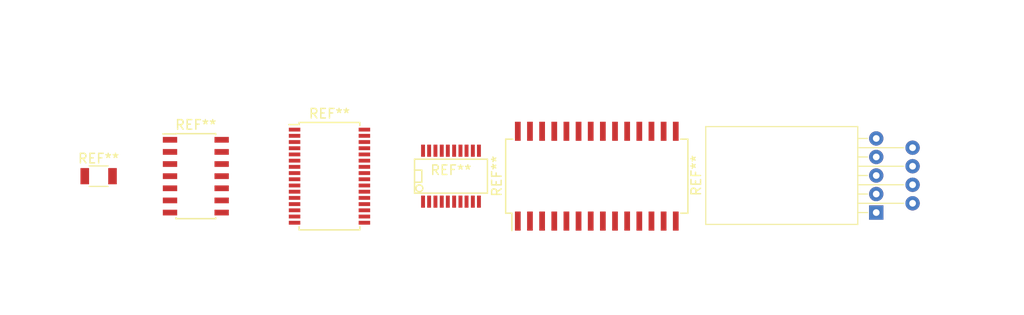
<source format=kicad_pcb>
(kicad_pcb (version 4) (host pcbnew 4.0.7)

  (general
    (links 0)
    (no_connects 0)
    (area 0 0 0 0)
    (thickness 1.6)
    (drawings 7)
    (tracks 0)
    (zones 0)
    (modules 6)
    (nets 1)
  )

  (page A4)
  (layers
    (0 F.Cu signal)
    (31 B.Cu signal)
    (32 B.Adhes user)
    (33 F.Adhes user)
    (34 B.Paste user)
    (35 F.Paste user)
    (36 B.SilkS user)
    (37 F.SilkS user)
    (38 B.Mask user)
    (39 F.Mask user)
    (40 Dwgs.User user)
    (41 Cmts.User user)
    (42 Eco1.User user)
    (43 Eco2.User user)
    (44 Edge.Cuts user)
    (45 Margin user)
    (46 B.CrtYd user)
    (47 F.CrtYd user)
    (48 B.Fab user)
    (49 F.Fab user)
  )

  (setup
    (last_trace_width 0.25)
    (trace_clearance 0.2)
    (zone_clearance 0.508)
    (zone_45_only no)
    (trace_min 0.2)
    (segment_width 0.2)
    (edge_width 0.15)
    (via_size 0.6)
    (via_drill 0.4)
    (via_min_size 0.4)
    (via_min_drill 0.3)
    (uvia_size 0.3)
    (uvia_drill 0.1)
    (uvias_allowed no)
    (uvia_min_size 0.2)
    (uvia_min_drill 0.1)
    (pcb_text_width 0.3)
    (pcb_text_size 1.5 1.5)
    (mod_edge_width 0.15)
    (mod_text_size 1 1)
    (mod_text_width 0.15)
    (pad_size 1.524 1.524)
    (pad_drill 0.762)
    (pad_to_mask_clearance 0.2)
    (aux_axis_origin 0 0)
    (visible_elements FFFFFF7F)
    (pcbplotparams
      (layerselection 0x00030_80000001)
      (usegerberextensions false)
      (excludeedgelayer true)
      (linewidth 0.100000)
      (plotframeref false)
      (viasonmask false)
      (mode 1)
      (useauxorigin false)
      (hpglpennumber 1)
      (hpglpenspeed 20)
      (hpglpendiameter 15)
      (hpglpenoverlay 2)
      (psnegative false)
      (psa4output false)
      (plotreference true)
      (plotvalue true)
      (plotinvisibletext false)
      (padsonsilk false)
      (subtractmaskfromsilk false)
      (outputformat 1)
      (mirror false)
      (drillshape 1)
      (scaleselection 1)
      (outputdirectory ""))
  )

  (net 0 "")

  (net_class Default "Esta es la clase de red por defecto."
    (clearance 0.2)
    (trace_width 0.25)
    (via_dia 0.6)
    (via_drill 0.4)
    (uvia_dia 0.3)
    (uvia_drill 0.1)
  )

  (module Resistors_SMD:R_1206 (layer F.Cu) (tedit 58E0A804) (tstamp 5E996739)
    (at 124.46 82.55)
    (descr "Resistor SMD 1206, reflow soldering, Vishay (see dcrcw.pdf)")
    (tags "resistor 1206")
    (attr smd)
    (fp_text reference REF** (at 0 -1.85) (layer F.SilkS)
      (effects (font (size 1 1) (thickness 0.15)))
    )
    (fp_text value R_1206 (at 0 1.95) (layer F.Fab)
      (effects (font (size 1 1) (thickness 0.15)))
    )
    (fp_text user %R (at 0 0) (layer F.Fab)
      (effects (font (size 0.7 0.7) (thickness 0.105)))
    )
    (fp_line (start -1.6 0.8) (end -1.6 -0.8) (layer F.Fab) (width 0.1))
    (fp_line (start 1.6 0.8) (end -1.6 0.8) (layer F.Fab) (width 0.1))
    (fp_line (start 1.6 -0.8) (end 1.6 0.8) (layer F.Fab) (width 0.1))
    (fp_line (start -1.6 -0.8) (end 1.6 -0.8) (layer F.Fab) (width 0.1))
    (fp_line (start 1 1.07) (end -1 1.07) (layer F.SilkS) (width 0.12))
    (fp_line (start -1 -1.07) (end 1 -1.07) (layer F.SilkS) (width 0.12))
    (fp_line (start -2.15 -1.11) (end 2.15 -1.11) (layer F.CrtYd) (width 0.05))
    (fp_line (start -2.15 -1.11) (end -2.15 1.1) (layer F.CrtYd) (width 0.05))
    (fp_line (start 2.15 1.1) (end 2.15 -1.11) (layer F.CrtYd) (width 0.05))
    (fp_line (start 2.15 1.1) (end -2.15 1.1) (layer F.CrtYd) (width 0.05))
    (pad 1 smd rect (at -1.45 0) (size 0.9 1.7) (layers F.Cu F.Paste F.Mask))
    (pad 2 smd rect (at 1.45 0) (size 0.9 1.7) (layers F.Cu F.Paste F.Mask))
    (model ${KISYS3DMOD}/Resistors_SMD.3dshapes/R_1206.wrl
      (at (xyz 0 0 0))
      (scale (xyz 1 1 1))
      (rotate (xyz 0 0 0))
    )
  )

  (module Housings_SOIC:SOIC-14_3.9x8.7mm_Pitch1.27mm (layer F.Cu) (tedit 58CC8F64) (tstamp 5E9984C9)
    (at 134.62 82.55)
    (descr "14-Lead Plastic Small Outline (SL) - Narrow, 3.90 mm Body [SOIC] (see Microchip Packaging Specification 00000049BS.pdf)")
    (tags "SOIC 1.27")
    (attr smd)
    (fp_text reference REF** (at 0 -5.375) (layer F.SilkS)
      (effects (font (size 1 1) (thickness 0.15)))
    )
    (fp_text value SOIC-14_3.9x8.7mm_Pitch1.27mm (at 0 5.375) (layer F.Fab)
      (effects (font (size 1 1) (thickness 0.15)))
    )
    (fp_text user %R (at 0 0) (layer F.Fab)
      (effects (font (size 0.9 0.9) (thickness 0.135)))
    )
    (fp_line (start -0.95 -4.35) (end 1.95 -4.35) (layer F.Fab) (width 0.15))
    (fp_line (start 1.95 -4.35) (end 1.95 4.35) (layer F.Fab) (width 0.15))
    (fp_line (start 1.95 4.35) (end -1.95 4.35) (layer F.Fab) (width 0.15))
    (fp_line (start -1.95 4.35) (end -1.95 -3.35) (layer F.Fab) (width 0.15))
    (fp_line (start -1.95 -3.35) (end -0.95 -4.35) (layer F.Fab) (width 0.15))
    (fp_line (start -3.7 -4.65) (end -3.7 4.65) (layer F.CrtYd) (width 0.05))
    (fp_line (start 3.7 -4.65) (end 3.7 4.65) (layer F.CrtYd) (width 0.05))
    (fp_line (start -3.7 -4.65) (end 3.7 -4.65) (layer F.CrtYd) (width 0.05))
    (fp_line (start -3.7 4.65) (end 3.7 4.65) (layer F.CrtYd) (width 0.05))
    (fp_line (start -2.075 -4.45) (end -2.075 -4.425) (layer F.SilkS) (width 0.15))
    (fp_line (start 2.075 -4.45) (end 2.075 -4.335) (layer F.SilkS) (width 0.15))
    (fp_line (start 2.075 4.45) (end 2.075 4.335) (layer F.SilkS) (width 0.15))
    (fp_line (start -2.075 4.45) (end -2.075 4.335) (layer F.SilkS) (width 0.15))
    (fp_line (start -2.075 -4.45) (end 2.075 -4.45) (layer F.SilkS) (width 0.15))
    (fp_line (start -2.075 4.45) (end 2.075 4.45) (layer F.SilkS) (width 0.15))
    (fp_line (start -2.075 -4.425) (end -3.45 -4.425) (layer F.SilkS) (width 0.15))
    (pad 1 smd rect (at -2.7 -3.81) (size 1.5 0.6) (layers F.Cu F.Paste F.Mask))
    (pad 2 smd rect (at -2.7 -2.54) (size 1.5 0.6) (layers F.Cu F.Paste F.Mask))
    (pad 3 smd rect (at -2.7 -1.27) (size 1.5 0.6) (layers F.Cu F.Paste F.Mask))
    (pad 4 smd rect (at -2.7 0) (size 1.5 0.6) (layers F.Cu F.Paste F.Mask))
    (pad 5 smd rect (at -2.7 1.27) (size 1.5 0.6) (layers F.Cu F.Paste F.Mask))
    (pad 6 smd rect (at -2.7 2.54) (size 1.5 0.6) (layers F.Cu F.Paste F.Mask))
    (pad 7 smd rect (at -2.7 3.81) (size 1.5 0.6) (layers F.Cu F.Paste F.Mask))
    (pad 8 smd rect (at 2.7 3.81) (size 1.5 0.6) (layers F.Cu F.Paste F.Mask))
    (pad 9 smd rect (at 2.7 2.54) (size 1.5 0.6) (layers F.Cu F.Paste F.Mask))
    (pad 10 smd rect (at 2.7 1.27) (size 1.5 0.6) (layers F.Cu F.Paste F.Mask))
    (pad 11 smd rect (at 2.7 0) (size 1.5 0.6) (layers F.Cu F.Paste F.Mask))
    (pad 12 smd rect (at 2.7 -1.27) (size 1.5 0.6) (layers F.Cu F.Paste F.Mask))
    (pad 13 smd rect (at 2.7 -2.54) (size 1.5 0.6) (layers F.Cu F.Paste F.Mask))
    (pad 14 smd rect (at 2.7 -3.81) (size 1.5 0.6) (layers F.Cu F.Paste F.Mask))
    (model ${KISYS3DMOD}/Housings_SOIC.3dshapes/SOIC-14_3.9x8.7mm_Pitch1.27mm.wrl
      (at (xyz 0 0 0))
      (scale (xyz 1 1 1))
      (rotate (xyz 0 0 0))
    )
  )

  (module Housings_SSOP:TSSOP-32_6.1x11mm_Pitch0.65mm (layer F.Cu) (tedit 54130A77) (tstamp 5E99855C)
    (at 148.59 82.55)
    (descr "TSSOP32: plastic thin shrink small outline package; 32 leads; body width 6.1 mm; lead pitch 0.65 mm (see NXP SSOP-TSSOP-VSO-REFLOW.pdf and sot487-1_po.pdf)")
    (tags "SSOP 0.65")
    (attr smd)
    (fp_text reference REF** (at 0 -6.55) (layer F.SilkS)
      (effects (font (size 1 1) (thickness 0.15)))
    )
    (fp_text value TSSOP-32_6.1x11mm_Pitch0.65mm (at 0 6.55) (layer F.Fab)
      (effects (font (size 1 1) (thickness 0.15)))
    )
    (fp_line (start -2.05 -5.5) (end 3.05 -5.5) (layer F.Fab) (width 0.15))
    (fp_line (start 3.05 -5.5) (end 3.05 5.5) (layer F.Fab) (width 0.15))
    (fp_line (start 3.05 5.5) (end -3.05 5.5) (layer F.Fab) (width 0.15))
    (fp_line (start -3.05 5.5) (end -3.05 -4.5) (layer F.Fab) (width 0.15))
    (fp_line (start -3.05 -4.5) (end -2.05 -5.5) (layer F.Fab) (width 0.15))
    (fp_line (start -4.5 -5.8) (end -4.5 5.8) (layer F.CrtYd) (width 0.05))
    (fp_line (start 4.5 -5.8) (end 4.5 5.8) (layer F.CrtYd) (width 0.05))
    (fp_line (start -4.5 -5.8) (end 4.5 -5.8) (layer F.CrtYd) (width 0.05))
    (fp_line (start -4.5 5.8) (end 4.5 5.8) (layer F.CrtYd) (width 0.05))
    (fp_line (start -3.175 -5.625) (end -3.175 -5.4) (layer F.SilkS) (width 0.15))
    (fp_line (start 3.175 -5.625) (end 3.175 -5.3) (layer F.SilkS) (width 0.15))
    (fp_line (start 3.175 5.625) (end 3.175 5.3) (layer F.SilkS) (width 0.15))
    (fp_line (start -3.175 5.625) (end -3.175 5.3) (layer F.SilkS) (width 0.15))
    (fp_line (start -3.175 -5.625) (end 3.175 -5.625) (layer F.SilkS) (width 0.15))
    (fp_line (start -3.175 5.625) (end 3.175 5.625) (layer F.SilkS) (width 0.15))
    (fp_line (start -3.175 -5.4) (end -4.25 -5.4) (layer F.SilkS) (width 0.15))
    (fp_text user %R (at 0 0) (layer F.Fab)
      (effects (font (size 0.8 0.8) (thickness 0.15)))
    )
    (pad 1 smd rect (at -3.65 -4.875) (size 1.2 0.4) (layers F.Cu F.Paste F.Mask))
    (pad 2 smd rect (at -3.65 -4.225) (size 1.2 0.4) (layers F.Cu F.Paste F.Mask))
    (pad 3 smd rect (at -3.65 -3.575) (size 1.2 0.4) (layers F.Cu F.Paste F.Mask))
    (pad 4 smd rect (at -3.65 -2.925) (size 1.2 0.4) (layers F.Cu F.Paste F.Mask))
    (pad 5 smd rect (at -3.65 -2.275) (size 1.2 0.4) (layers F.Cu F.Paste F.Mask))
    (pad 6 smd rect (at -3.65 -1.625) (size 1.2 0.4) (layers F.Cu F.Paste F.Mask))
    (pad 7 smd rect (at -3.65 -0.975) (size 1.2 0.4) (layers F.Cu F.Paste F.Mask))
    (pad 8 smd rect (at -3.65 -0.325) (size 1.2 0.4) (layers F.Cu F.Paste F.Mask))
    (pad 9 smd rect (at -3.65 0.325) (size 1.2 0.4) (layers F.Cu F.Paste F.Mask))
    (pad 10 smd rect (at -3.65 0.975) (size 1.2 0.4) (layers F.Cu F.Paste F.Mask))
    (pad 11 smd rect (at -3.65 1.625) (size 1.2 0.4) (layers F.Cu F.Paste F.Mask))
    (pad 12 smd rect (at -3.65 2.275) (size 1.2 0.4) (layers F.Cu F.Paste F.Mask))
    (pad 13 smd rect (at -3.65 2.925) (size 1.2 0.4) (layers F.Cu F.Paste F.Mask))
    (pad 14 smd rect (at -3.65 3.575) (size 1.2 0.4) (layers F.Cu F.Paste F.Mask))
    (pad 15 smd rect (at -3.65 4.225) (size 1.2 0.4) (layers F.Cu F.Paste F.Mask))
    (pad 16 smd rect (at -3.65 4.875) (size 1.2 0.4) (layers F.Cu F.Paste F.Mask))
    (pad 17 smd rect (at 3.65 4.875) (size 1.2 0.4) (layers F.Cu F.Paste F.Mask))
    (pad 18 smd rect (at 3.65 4.225) (size 1.2 0.4) (layers F.Cu F.Paste F.Mask))
    (pad 19 smd rect (at 3.65 3.575) (size 1.2 0.4) (layers F.Cu F.Paste F.Mask))
    (pad 20 smd rect (at 3.65 2.925) (size 1.2 0.4) (layers F.Cu F.Paste F.Mask))
    (pad 21 smd rect (at 3.65 2.275) (size 1.2 0.4) (layers F.Cu F.Paste F.Mask))
    (pad 22 smd rect (at 3.65 1.625) (size 1.2 0.4) (layers F.Cu F.Paste F.Mask))
    (pad 23 smd rect (at 3.65 0.975) (size 1.2 0.4) (layers F.Cu F.Paste F.Mask))
    (pad 24 smd rect (at 3.65 0.325) (size 1.2 0.4) (layers F.Cu F.Paste F.Mask))
    (pad 25 smd rect (at 3.65 -0.325) (size 1.2 0.4) (layers F.Cu F.Paste F.Mask))
    (pad 26 smd rect (at 3.65 -0.975) (size 1.2 0.4) (layers F.Cu F.Paste F.Mask))
    (pad 27 smd rect (at 3.65 -1.625) (size 1.2 0.4) (layers F.Cu F.Paste F.Mask))
    (pad 28 smd rect (at 3.65 -2.275) (size 1.2 0.4) (layers F.Cu F.Paste F.Mask))
    (pad 29 smd rect (at 3.65 -2.925) (size 1.2 0.4) (layers F.Cu F.Paste F.Mask))
    (pad 30 smd rect (at 3.65 -3.575) (size 1.2 0.4) (layers F.Cu F.Paste F.Mask))
    (pad 31 smd rect (at 3.65 -4.225) (size 1.2 0.4) (layers F.Cu F.Paste F.Mask))
    (pad 32 smd rect (at 3.65 -4.875) (size 1.2 0.4) (layers F.Cu F.Paste F.Mask))
    (model ${KISYS3DMOD}/Housings_SSOP.3dshapes/TSSOP-32_6.1x11mm_Pitch0.65mm.wrl
      (at (xyz 0 0 0))
      (scale (xyz 1 1 1))
      (rotate (xyz 0 0 0))
    )
  )

  (module SMD_Packages:SSOP-20 (layer F.Cu) (tedit 0) (tstamp 5E998601)
    (at 161.29 82.55)
    (descr "SSOP 20 pins")
    (tags "CMS SSOP SMD")
    (attr smd)
    (fp_text reference REF** (at 0 -0.635) (layer F.SilkS)
      (effects (font (size 1 1) (thickness 0.15)))
    )
    (fp_text value SSOP-20 (at 0 0.635) (layer F.Fab)
      (effects (font (size 1 1) (thickness 0.15)))
    )
    (fp_line (start 3.81 -1.778) (end -3.81 -1.778) (layer F.SilkS) (width 0.15))
    (fp_line (start -3.81 1.778) (end 3.81 1.778) (layer F.SilkS) (width 0.15))
    (fp_line (start 3.81 -1.778) (end 3.81 1.778) (layer F.SilkS) (width 0.15))
    (fp_line (start -3.81 1.778) (end -3.81 -1.778) (layer F.SilkS) (width 0.15))
    (fp_circle (center -3.302 1.27) (end -3.556 1.016) (layer F.SilkS) (width 0.15))
    (fp_line (start -3.81 -0.635) (end -3.048 -0.635) (layer F.SilkS) (width 0.15))
    (fp_line (start -3.048 -0.635) (end -3.048 0.635) (layer F.SilkS) (width 0.15))
    (fp_line (start -3.048 0.635) (end -3.81 0.635) (layer F.SilkS) (width 0.15))
    (pad 1 smd rect (at -2.921 2.667) (size 0.4064 1.27) (layers F.Cu F.Paste F.Mask))
    (pad 2 smd rect (at -2.286 2.667) (size 0.4064 1.27) (layers F.Cu F.Paste F.Mask))
    (pad 3 smd rect (at -1.6256 2.667) (size 0.4064 1.27) (layers F.Cu F.Paste F.Mask))
    (pad 4 smd rect (at -0.9652 2.667) (size 0.4064 1.27) (layers F.Cu F.Paste F.Mask))
    (pad 5 smd rect (at -0.3302 2.667) (size 0.4064 1.27) (layers F.Cu F.Paste F.Mask))
    (pad 6 smd rect (at 0.3302 2.667) (size 0.4064 1.27) (layers F.Cu F.Paste F.Mask))
    (pad 7 smd rect (at 0.9906 2.667) (size 0.4064 1.27) (layers F.Cu F.Paste F.Mask))
    (pad 8 smd rect (at 1.6256 2.667) (size 0.4064 1.27) (layers F.Cu F.Paste F.Mask))
    (pad 9 smd rect (at 2.286 2.667) (size 0.4064 1.27) (layers F.Cu F.Paste F.Mask))
    (pad 10 smd rect (at 2.921 2.667) (size 0.4064 1.27) (layers F.Cu F.Paste F.Mask))
    (pad 11 smd rect (at 2.921 -2.667) (size 0.4064 1.27) (layers F.Cu F.Paste F.Mask))
    (pad 12 smd rect (at 2.286 -2.667) (size 0.4064 1.27) (layers F.Cu F.Paste F.Mask))
    (pad 13 smd rect (at 1.6256 -2.667) (size 0.4064 1.27) (layers F.Cu F.Paste F.Mask))
    (pad 14 smd rect (at 0.9906 -2.667) (size 0.4064 1.27) (layers F.Cu F.Paste F.Mask))
    (pad 15 smd rect (at 0.3302 -2.667) (size 0.4064 1.27) (layers F.Cu F.Paste F.Mask))
    (pad 16 smd rect (at -0.3302 -2.667) (size 0.4064 1.27) (layers F.Cu F.Paste F.Mask))
    (pad 17 smd rect (at -0.9652 -2.667) (size 0.4064 1.27) (layers F.Cu F.Paste F.Mask))
    (pad 18 smd rect (at -1.6256 -2.667) (size 0.4064 1.27) (layers F.Cu F.Paste F.Mask))
    (pad 19 smd rect (at -2.286 -2.667) (size 0.4064 1.27) (layers F.Cu F.Paste F.Mask))
    (pad 20 smd rect (at -2.921 -2.667) (size 0.4064 1.27) (layers F.Cu F.Paste F.Mask))
    (model SMD_Packages.3dshapes/SSOP-20.wrl
      (at (xyz 0 0 0))
      (scale (xyz 0.255 0.33 0.3))
      (rotate (xyz 0 0 0))
    )
  )

  (module TO_SOT_Packages_THT:TO-220-9_Horizontal_StaggeredType2 (layer F.Cu) (tedit 58CE52AD) (tstamp 5E998691)
    (at 205.74 86.36 90)
    (descr "TO-220-9, Horizontal, RM 0.97mm, Multiwatt-9, staggered type-2")
    (tags "TO-220-9 Horizontal RM 0.97mm Multiwatt-9 staggered type-2")
    (fp_text reference REF** (at 3.88 -18.82 90) (layer F.SilkS)
      (effects (font (size 1 1) (thickness 0.15)))
    )
    (fp_text value TO-220-9_Horizontal_StaggeredType2 (at 3.88 5.55 90) (layer F.Fab)
      (effects (font (size 1 1) (thickness 0.15)))
    )
    (fp_text user %R (at 3.88 -18.82 90) (layer F.Fab)
      (effects (font (size 1 1) (thickness 0.15)))
    )
    (fp_line (start -1.12 -11.3) (end -1.12 -17.7) (layer F.Fab) (width 0.1))
    (fp_line (start -1.12 -17.7) (end 8.88 -17.7) (layer F.Fab) (width 0.1))
    (fp_line (start 8.88 -17.7) (end 8.88 -11.3) (layer F.Fab) (width 0.1))
    (fp_line (start 8.88 -11.3) (end -1.12 -11.3) (layer F.Fab) (width 0.1))
    (fp_line (start -1.12 -2.05) (end -1.12 -11.3) (layer F.Fab) (width 0.1))
    (fp_line (start -1.12 -11.3) (end 8.88 -11.3) (layer F.Fab) (width 0.1))
    (fp_line (start 8.88 -11.3) (end 8.88 -2.05) (layer F.Fab) (width 0.1))
    (fp_line (start 8.88 -2.05) (end -1.12 -2.05) (layer F.Fab) (width 0.1))
    (fp_line (start 0 -2.05) (end 0 0) (layer F.Fab) (width 0.1))
    (fp_line (start 0.97 -2.05) (end 0.97 3.8) (layer F.Fab) (width 0.1))
    (fp_line (start 1.94 -2.05) (end 1.94 0) (layer F.Fab) (width 0.1))
    (fp_line (start 2.91 -2.05) (end 2.91 3.8) (layer F.Fab) (width 0.1))
    (fp_line (start 3.88 -2.05) (end 3.88 0) (layer F.Fab) (width 0.1))
    (fp_line (start 4.85 -2.05) (end 4.85 3.8) (layer F.Fab) (width 0.1))
    (fp_line (start 5.82 -2.05) (end 5.82 0) (layer F.Fab) (width 0.1))
    (fp_line (start 6.79 -2.05) (end 6.79 3.8) (layer F.Fab) (width 0.1))
    (fp_line (start 7.76 -2.05) (end 7.76 0) (layer F.Fab) (width 0.1))
    (fp_line (start -1.241 -1.93) (end 9 -1.93) (layer F.SilkS) (width 0.12))
    (fp_line (start -1.241 -17.82) (end 9 -17.82) (layer F.SilkS) (width 0.12))
    (fp_line (start -1.241 -17.82) (end -1.241 -1.93) (layer F.SilkS) (width 0.12))
    (fp_line (start 9 -17.82) (end 9 -1.93) (layer F.SilkS) (width 0.12))
    (fp_line (start 0 -1.93) (end 0 -0.9) (layer F.SilkS) (width 0.12))
    (fp_line (start 0.97 -1.93) (end 0.97 2.885) (layer F.SilkS) (width 0.12))
    (fp_line (start 1.94 -1.93) (end 1.94 -0.916) (layer F.SilkS) (width 0.12))
    (fp_line (start 2.91 -1.93) (end 2.91 2.885) (layer F.SilkS) (width 0.12))
    (fp_line (start 3.88 -1.93) (end 3.88 -0.916) (layer F.SilkS) (width 0.12))
    (fp_line (start 4.85 -1.93) (end 4.85 2.885) (layer F.SilkS) (width 0.12))
    (fp_line (start 5.82 -1.93) (end 5.82 -0.916) (layer F.SilkS) (width 0.12))
    (fp_line (start 6.79 -1.93) (end 6.79 2.885) (layer F.SilkS) (width 0.12))
    (fp_line (start 7.76 -1.93) (end 7.76 -0.916) (layer F.SilkS) (width 0.12))
    (fp_line (start -1.37 -17.95) (end -1.37 4.81) (layer F.CrtYd) (width 0.05))
    (fp_line (start -1.37 4.81) (end 9.13 4.81) (layer F.CrtYd) (width 0.05))
    (fp_line (start 9.13 4.81) (end 9.13 -17.95) (layer F.CrtYd) (width 0.05))
    (fp_line (start 9.13 -17.95) (end -1.37 -17.95) (layer F.CrtYd) (width 0.05))
    (fp_circle (center 3.88 -14.9) (end 5.73 -14.9) (layer F.Fab) (width 0.1))
    (pad 0 np_thru_hole oval (at 3.88 -14.9 90) (size 3.5 3.5) (drill 3.5) (layers *.Cu *.Mask))
    (pad 1 thru_hole rect (at 0 0 90) (size 1.5 1.5) (drill 0.7) (layers *.Cu *.Mask))
    (pad 2 thru_hole oval (at 0.97 3.8 90) (size 1.5 1.5) (drill 0.7) (layers *.Cu *.Mask))
    (pad 3 thru_hole oval (at 1.94 0 90) (size 1.5 1.5) (drill 0.7) (layers *.Cu *.Mask))
    (pad 4 thru_hole oval (at 2.91 3.8 90) (size 1.5 1.5) (drill 0.7) (layers *.Cu *.Mask))
    (pad 5 thru_hole oval (at 3.88 0 90) (size 1.5 1.5) (drill 0.7) (layers *.Cu *.Mask))
    (pad 6 thru_hole oval (at 4.85 3.8 90) (size 1.5 1.5) (drill 0.7) (layers *.Cu *.Mask))
    (pad 7 thru_hole oval (at 5.82 0 90) (size 1.5 1.5) (drill 0.7) (layers *.Cu *.Mask))
    (pad 8 thru_hole oval (at 6.79 3.8 90) (size 1.5 1.5) (drill 0.7) (layers *.Cu *.Mask))
    (pad 9 thru_hole oval (at 7.76 0 90) (size 1.5 1.5) (drill 0.7) (layers *.Cu *.Mask))
    (model ${KISYS3DMOD}/TO_SOT_Packages_THT.3dshapes/TO-220-9_Horizontal_StaggeredType2.wrl
      (at (xyz 0 0 0))
      (scale (xyz 0.393701 0.393701 0.393701))
      (rotate (xyz 0 0 0))
    )
  )

  (module Housings_SOIC:SOIC-28W_7.5x18.7mm_Pitch1.27mm (layer F.Cu) (tedit 5975F53C) (tstamp 5E998734)
    (at 176.53 82.55 90)
    (descr "28-Lead Plastic Small Outline (SO) - Wide, 7.50 mm X 18.7 mm Body [SOIC] (https://www.akm.com/akm/en/file/datasheet/AK5394AVS.pdf)")
    (tags "SOIC 1.27")
    (attr smd)
    (fp_text reference REF** (at 0 -10.45 90) (layer F.SilkS)
      (effects (font (size 1 1) (thickness 0.15)))
    )
    (fp_text value SOIC-28W_7.5x18.7mm_Pitch1.27mm (at 0 10.45 90) (layer F.Fab)
      (effects (font (size 1 1) (thickness 0.15)))
    )
    (fp_text user %R (at 0 0 90) (layer F.Fab)
      (effects (font (size 1 1) (thickness 0.15)))
    )
    (fp_line (start -2.75 -9.35) (end 3.75 -9.35) (layer F.Fab) (width 0.15))
    (fp_line (start 3.75 -9.35) (end 3.75 9.35) (layer F.Fab) (width 0.15))
    (fp_line (start 3.75 9.35) (end -3.75 9.35) (layer F.Fab) (width 0.15))
    (fp_line (start -3.75 9.35) (end -3.75 -8.35) (layer F.Fab) (width 0.15))
    (fp_line (start -3.75 -8.35) (end -2.75 -9.35) (layer F.Fab) (width 0.15))
    (fp_line (start -5.95 -9.7) (end -5.95 9.7) (layer F.CrtYd) (width 0.05))
    (fp_line (start 5.95 -9.7) (end 5.95 9.7) (layer F.CrtYd) (width 0.05))
    (fp_line (start -5.95 -9.7) (end 5.95 -9.7) (layer F.CrtYd) (width 0.05))
    (fp_line (start -5.95 9.7) (end 5.95 9.7) (layer F.CrtYd) (width 0.05))
    (fp_line (start -3.875 -9.525) (end -3.875 -8.875) (layer F.SilkS) (width 0.15))
    (fp_line (start 3.875 -9.525) (end 3.875 -8.78) (layer F.SilkS) (width 0.15))
    (fp_line (start 3.875 9.525) (end 3.875 8.78) (layer F.SilkS) (width 0.15))
    (fp_line (start -3.875 9.525) (end -3.875 8.78) (layer F.SilkS) (width 0.15))
    (fp_line (start -3.875 -9.525) (end 3.875 -9.525) (layer F.SilkS) (width 0.15))
    (fp_line (start -3.875 9.525) (end 3.875 9.525) (layer F.SilkS) (width 0.15))
    (fp_line (start -3.875 -8.875) (end -5.7 -8.875) (layer F.SilkS) (width 0.15))
    (pad 1 smd rect (at -4.7 -8.255 90) (size 2 0.6) (layers F.Cu F.Paste F.Mask))
    (pad 2 smd rect (at -4.7 -6.985 90) (size 2 0.6) (layers F.Cu F.Paste F.Mask))
    (pad 3 smd rect (at -4.7 -5.715 90) (size 2 0.6) (layers F.Cu F.Paste F.Mask))
    (pad 4 smd rect (at -4.7 -4.445 90) (size 2 0.6) (layers F.Cu F.Paste F.Mask))
    (pad 5 smd rect (at -4.7 -3.175 90) (size 2 0.6) (layers F.Cu F.Paste F.Mask))
    (pad 6 smd rect (at -4.7 -1.905 90) (size 2 0.6) (layers F.Cu F.Paste F.Mask))
    (pad 7 smd rect (at -4.7 -0.635 90) (size 2 0.6) (layers F.Cu F.Paste F.Mask))
    (pad 8 smd rect (at -4.7 0.635 90) (size 2 0.6) (layers F.Cu F.Paste F.Mask))
    (pad 9 smd rect (at -4.7 1.905 90) (size 2 0.6) (layers F.Cu F.Paste F.Mask))
    (pad 10 smd rect (at -4.7 3.175 90) (size 2 0.6) (layers F.Cu F.Paste F.Mask))
    (pad 11 smd rect (at -4.7 4.445 90) (size 2 0.6) (layers F.Cu F.Paste F.Mask))
    (pad 12 smd rect (at -4.7 5.715 90) (size 2 0.6) (layers F.Cu F.Paste F.Mask))
    (pad 13 smd rect (at -4.7 6.985 90) (size 2 0.6) (layers F.Cu F.Paste F.Mask))
    (pad 14 smd rect (at -4.7 8.255 90) (size 2 0.6) (layers F.Cu F.Paste F.Mask))
    (pad 15 smd rect (at 4.7 8.255 90) (size 2 0.6) (layers F.Cu F.Paste F.Mask))
    (pad 16 smd rect (at 4.7 6.985 90) (size 2 0.6) (layers F.Cu F.Paste F.Mask))
    (pad 17 smd rect (at 4.7 5.715 90) (size 2 0.6) (layers F.Cu F.Paste F.Mask))
    (pad 18 smd rect (at 4.7 4.445 90) (size 2 0.6) (layers F.Cu F.Paste F.Mask))
    (pad 19 smd rect (at 4.7 3.175 90) (size 2 0.6) (layers F.Cu F.Paste F.Mask))
    (pad 20 smd rect (at 4.7 1.905 90) (size 2 0.6) (layers F.Cu F.Paste F.Mask))
    (pad 21 smd rect (at 4.7 0.635 90) (size 2 0.6) (layers F.Cu F.Paste F.Mask))
    (pad 22 smd rect (at 4.7 -0.635 90) (size 2 0.6) (layers F.Cu F.Paste F.Mask))
    (pad 23 smd rect (at 4.7 -1.905 90) (size 2 0.6) (layers F.Cu F.Paste F.Mask))
    (pad 24 smd rect (at 4.7 -3.175 90) (size 2 0.6) (layers F.Cu F.Paste F.Mask))
    (pad 25 smd rect (at 4.7 -4.445 90) (size 2 0.6) (layers F.Cu F.Paste F.Mask))
    (pad 26 smd rect (at 4.7 -5.715 90) (size 2 0.6) (layers F.Cu F.Paste F.Mask))
    (pad 27 smd rect (at 4.7 -6.985 90) (size 2 0.6) (layers F.Cu F.Paste F.Mask))
    (pad 28 smd rect (at 4.7 -8.255 90) (size 2 0.6) (layers F.Cu F.Paste F.Mask))
    (model ${KISYS3DMOD}/Housings_SOIC.3dshapes/SOIC-28W_7.5x18.7mm_Pitch1.27mm.wrl
      (at (xyz 0 0 0))
      (scale (xyz 1 1 1))
      (rotate (xyz 0 0 0))
    )
  )

  (gr_line (start 114.3 92.71) (end 114.3 73.66) (angle 90) (layer Margin) (width 0.2))
  (gr_line (start 213.36 92.71) (end 114.3 92.71) (angle 90) (layer Margin) (width 0.2))
  (gr_line (start 213.36 73.66) (end 213.36 92.71) (angle 90) (layer Margin) (width 0.2))
  (dimension 19.05 (width 0.3) (layer Eco1.User)
    (gr_text 19.050mm (at 218.52 83.185 270) (layer Eco1.User)
      (effects (font (size 1.5 1.5) (thickness 0.3)))
    )
    (feature1 (pts (xy 213.36 92.71) (xy 219.87 92.71)))
    (feature2 (pts (xy 213.36 73.66) (xy 219.87 73.66)))
    (crossbar (pts (xy 217.17 73.66) (xy 217.17 92.71)))
    (arrow1a (pts (xy 217.17 92.71) (xy 216.583579 91.583496)))
    (arrow1b (pts (xy 217.17 92.71) (xy 217.756421 91.583496)))
    (arrow2a (pts (xy 217.17 73.66) (xy 216.583579 74.786504)))
    (arrow2b (pts (xy 217.17 73.66) (xy 217.756421 74.786504)))
  )
  (gr_line (start 154.94 73.66) (end 213.36 73.66) (angle 90) (layer Margin) (width 0.2))
  (dimension 99.06 (width 0.3) (layer Eco1.User)
    (gr_text 99.060mm (at 163.83 65.96) (layer Eco1.User)
      (effects (font (size 1.5 1.5) (thickness 0.3)))
    )
    (feature1 (pts (xy 213.36 73.66) (xy 213.36 64.61)))
    (feature2 (pts (xy 114.3 73.66) (xy 114.3 64.61)))
    (crossbar (pts (xy 114.3 67.31) (xy 213.36 67.31)))
    (arrow1a (pts (xy 213.36 67.31) (xy 212.233496 67.896421)))
    (arrow1b (pts (xy 213.36 67.31) (xy 212.233496 66.723579)))
    (arrow2a (pts (xy 114.3 67.31) (xy 115.426504 67.896421)))
    (arrow2b (pts (xy 114.3 67.31) (xy 115.426504 66.723579)))
  )
  (gr_line (start 114.3 73.66) (end 154.94 73.66) (angle 90) (layer Margin) (width 0.2))

)

</source>
